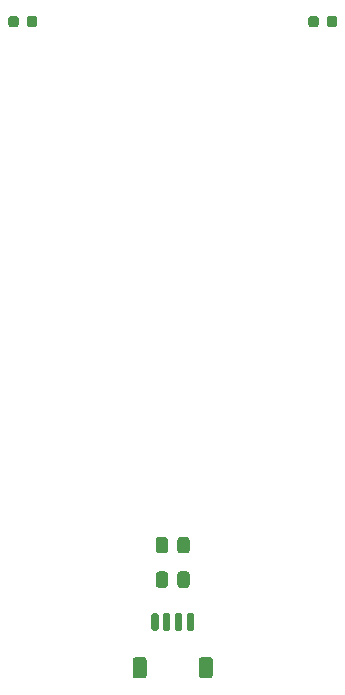
<source format=gtp>
G04 #@! TF.GenerationSoftware,KiCad,Pcbnew,6.0.2+dfsg-1*
G04 #@! TF.CreationDate,2024-06-30T21:19:04-06:00*
G04 #@! TF.ProjectId,ckt-axle,636b742d-6178-46c6-952e-6b696361645f,rev?*
G04 #@! TF.SameCoordinates,Original*
G04 #@! TF.FileFunction,Paste,Top*
G04 #@! TF.FilePolarity,Positive*
%FSLAX46Y46*%
G04 Gerber Fmt 4.6, Leading zero omitted, Abs format (unit mm)*
G04 Created by KiCad (PCBNEW 6.0.2+dfsg-1) date 2024-06-30 21:19:04*
%MOMM*%
%LPD*%
G01*
G04 APERTURE LIST*
G04 APERTURE END LIST*
G36*
G01*
X140126000Y-70995250D02*
X140126000Y-70482750D01*
G75*
G02*
X140344750Y-70264000I218750J0D01*
G01*
X140782250Y-70264000D01*
G75*
G02*
X141001000Y-70482750I0J-218750D01*
G01*
X141001000Y-70995250D01*
G75*
G02*
X140782250Y-71214000I-218750J0D01*
G01*
X140344750Y-71214000D01*
G75*
G02*
X140126000Y-70995250I0J218750D01*
G01*
G37*
G36*
G01*
X141701000Y-70995250D02*
X141701000Y-70482750D01*
G75*
G02*
X141919750Y-70264000I218750J0D01*
G01*
X142357250Y-70264000D01*
G75*
G02*
X142576000Y-70482750I0J-218750D01*
G01*
X142576000Y-70995250D01*
G75*
G02*
X142357250Y-71214000I-218750J0D01*
G01*
X141919750Y-71214000D01*
G75*
G02*
X141701000Y-70995250I0J218750D01*
G01*
G37*
G36*
G01*
X126851000Y-122196000D02*
X126851000Y-120946000D01*
G75*
G02*
X127001000Y-120796000I150000J0D01*
G01*
X127301000Y-120796000D01*
G75*
G02*
X127451000Y-120946000I0J-150000D01*
G01*
X127451000Y-122196000D01*
G75*
G02*
X127301000Y-122346000I-150000J0D01*
G01*
X127001000Y-122346000D01*
G75*
G02*
X126851000Y-122196000I0J150000D01*
G01*
G37*
G36*
G01*
X127851000Y-122196000D02*
X127851000Y-120946000D01*
G75*
G02*
X128001000Y-120796000I150000J0D01*
G01*
X128301000Y-120796000D01*
G75*
G02*
X128451000Y-120946000I0J-150000D01*
G01*
X128451000Y-122196000D01*
G75*
G02*
X128301000Y-122346000I-150000J0D01*
G01*
X128001000Y-122346000D01*
G75*
G02*
X127851000Y-122196000I0J150000D01*
G01*
G37*
G36*
G01*
X128851000Y-122196000D02*
X128851000Y-120946000D01*
G75*
G02*
X129001000Y-120796000I150000J0D01*
G01*
X129301000Y-120796000D01*
G75*
G02*
X129451000Y-120946000I0J-150000D01*
G01*
X129451000Y-122196000D01*
G75*
G02*
X129301000Y-122346000I-150000J0D01*
G01*
X129001000Y-122346000D01*
G75*
G02*
X128851000Y-122196000I0J150000D01*
G01*
G37*
G36*
G01*
X129851000Y-122196000D02*
X129851000Y-120946000D01*
G75*
G02*
X130001000Y-120796000I150000J0D01*
G01*
X130301000Y-120796000D01*
G75*
G02*
X130451000Y-120946000I0J-150000D01*
G01*
X130451000Y-122196000D01*
G75*
G02*
X130301000Y-122346000I-150000J0D01*
G01*
X130001000Y-122346000D01*
G75*
G02*
X129851000Y-122196000I0J150000D01*
G01*
G37*
G36*
G01*
X130851000Y-126096000D02*
X130851000Y-124796000D01*
G75*
G02*
X131101000Y-124546000I250000J0D01*
G01*
X131801000Y-124546000D01*
G75*
G02*
X132051000Y-124796000I0J-250000D01*
G01*
X132051000Y-126096000D01*
G75*
G02*
X131801000Y-126346000I-250000J0D01*
G01*
X131101000Y-126346000D01*
G75*
G02*
X130851000Y-126096000I0J250000D01*
G01*
G37*
G36*
G01*
X125251000Y-126096000D02*
X125251000Y-124796000D01*
G75*
G02*
X125501000Y-124546000I250000J0D01*
G01*
X126201000Y-124546000D01*
G75*
G02*
X126451000Y-124796000I0J-250000D01*
G01*
X126451000Y-126096000D01*
G75*
G02*
X126201000Y-126346000I-250000J0D01*
G01*
X125501000Y-126346000D01*
G75*
G02*
X125251000Y-126096000I0J250000D01*
G01*
G37*
G36*
G01*
X130076000Y-117533000D02*
X130076000Y-118433000D01*
G75*
G02*
X129826000Y-118683000I-250000J0D01*
G01*
X129301000Y-118683000D01*
G75*
G02*
X129051000Y-118433000I0J250000D01*
G01*
X129051000Y-117533000D01*
G75*
G02*
X129301000Y-117283000I250000J0D01*
G01*
X129826000Y-117283000D01*
G75*
G02*
X130076000Y-117533000I0J-250000D01*
G01*
G37*
G36*
G01*
X128251000Y-117533000D02*
X128251000Y-118433000D01*
G75*
G02*
X128001000Y-118683000I-250000J0D01*
G01*
X127476000Y-118683000D01*
G75*
G02*
X127226000Y-118433000I0J250000D01*
G01*
X127226000Y-117533000D01*
G75*
G02*
X127476000Y-117283000I250000J0D01*
G01*
X128001000Y-117283000D01*
G75*
G02*
X128251000Y-117533000I0J-250000D01*
G01*
G37*
G36*
G01*
X130076000Y-114612000D02*
X130076000Y-115512000D01*
G75*
G02*
X129826000Y-115762000I-250000J0D01*
G01*
X129301000Y-115762000D01*
G75*
G02*
X129051000Y-115512000I0J250000D01*
G01*
X129051000Y-114612000D01*
G75*
G02*
X129301000Y-114362000I250000J0D01*
G01*
X129826000Y-114362000D01*
G75*
G02*
X130076000Y-114612000I0J-250000D01*
G01*
G37*
G36*
G01*
X128251000Y-114612000D02*
X128251000Y-115512000D01*
G75*
G02*
X128001000Y-115762000I-250000J0D01*
G01*
X127476000Y-115762000D01*
G75*
G02*
X127226000Y-115512000I0J250000D01*
G01*
X127226000Y-114612000D01*
G75*
G02*
X127476000Y-114362000I250000J0D01*
G01*
X128001000Y-114362000D01*
G75*
G02*
X128251000Y-114612000I0J-250000D01*
G01*
G37*
G36*
G01*
X117176000Y-70482750D02*
X117176000Y-70995250D01*
G75*
G02*
X116957250Y-71214000I-218750J0D01*
G01*
X116519750Y-71214000D01*
G75*
G02*
X116301000Y-70995250I0J218750D01*
G01*
X116301000Y-70482750D01*
G75*
G02*
X116519750Y-70264000I218750J0D01*
G01*
X116957250Y-70264000D01*
G75*
G02*
X117176000Y-70482750I0J-218750D01*
G01*
G37*
G36*
G01*
X115601000Y-70482750D02*
X115601000Y-70995250D01*
G75*
G02*
X115382250Y-71214000I-218750J0D01*
G01*
X114944750Y-71214000D01*
G75*
G02*
X114726000Y-70995250I0J218750D01*
G01*
X114726000Y-70482750D01*
G75*
G02*
X114944750Y-70264000I218750J0D01*
G01*
X115382250Y-70264000D01*
G75*
G02*
X115601000Y-70482750I0J-218750D01*
G01*
G37*
M02*

</source>
